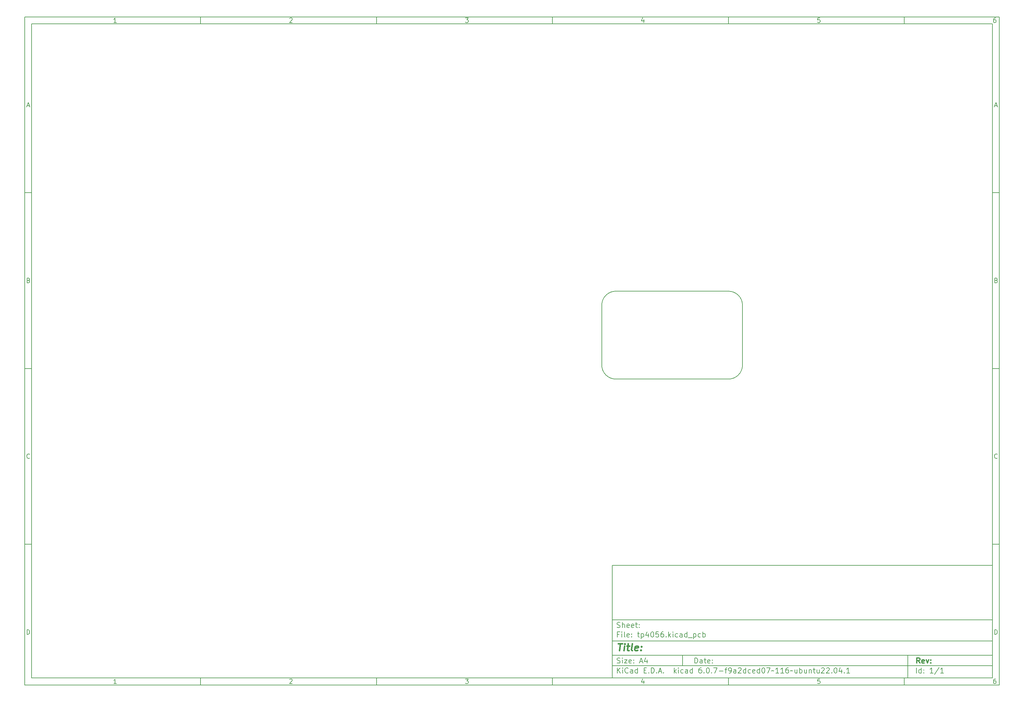
<source format=gbr>
%TF.GenerationSoftware,KiCad,Pcbnew,6.0.7-f9a2dced07~116~ubuntu22.04.1*%
%TF.CreationDate,2022-09-14T12:05:51-03:00*%
%TF.ProjectId,tp4056,74703430-3536-42e6-9b69-6361645f7063,rev?*%
%TF.SameCoordinates,Original*%
%TF.FileFunction,Profile,NP*%
%FSLAX46Y46*%
G04 Gerber Fmt 4.6, Leading zero omitted, Abs format (unit mm)*
G04 Created by KiCad (PCBNEW 6.0.7-f9a2dced07~116~ubuntu22.04.1) date 2022-09-14 12:05:51*
%MOMM*%
%LPD*%
G01*
G04 APERTURE LIST*
%ADD10C,0.100000*%
%ADD11C,0.150000*%
%ADD12C,0.300000*%
%ADD13C,0.400000*%
%TA.AperFunction,Profile*%
%ADD14C,0.150000*%
%TD*%
G04 APERTURE END LIST*
D10*
D11*
X177002200Y-166007200D02*
X177002200Y-198007200D01*
X285002200Y-198007200D01*
X285002200Y-166007200D01*
X177002200Y-166007200D01*
D10*
D11*
X10000000Y-10000000D02*
X10000000Y-200007200D01*
X287002200Y-200007200D01*
X287002200Y-10000000D01*
X10000000Y-10000000D01*
D10*
D11*
X12000000Y-12000000D02*
X12000000Y-198007200D01*
X285002200Y-198007200D01*
X285002200Y-12000000D01*
X12000000Y-12000000D01*
D10*
D11*
X60000000Y-12000000D02*
X60000000Y-10000000D01*
D10*
D11*
X110000000Y-12000000D02*
X110000000Y-10000000D01*
D10*
D11*
X160000000Y-12000000D02*
X160000000Y-10000000D01*
D10*
D11*
X210000000Y-12000000D02*
X210000000Y-10000000D01*
D10*
D11*
X260000000Y-12000000D02*
X260000000Y-10000000D01*
D10*
D11*
X36065476Y-11588095D02*
X35322619Y-11588095D01*
X35694047Y-11588095D02*
X35694047Y-10288095D01*
X35570238Y-10473809D01*
X35446428Y-10597619D01*
X35322619Y-10659523D01*
D10*
D11*
X85322619Y-10411904D02*
X85384523Y-10350000D01*
X85508333Y-10288095D01*
X85817857Y-10288095D01*
X85941666Y-10350000D01*
X86003571Y-10411904D01*
X86065476Y-10535714D01*
X86065476Y-10659523D01*
X86003571Y-10845238D01*
X85260714Y-11588095D01*
X86065476Y-11588095D01*
D10*
D11*
X135260714Y-10288095D02*
X136065476Y-10288095D01*
X135632142Y-10783333D01*
X135817857Y-10783333D01*
X135941666Y-10845238D01*
X136003571Y-10907142D01*
X136065476Y-11030952D01*
X136065476Y-11340476D01*
X136003571Y-11464285D01*
X135941666Y-11526190D01*
X135817857Y-11588095D01*
X135446428Y-11588095D01*
X135322619Y-11526190D01*
X135260714Y-11464285D01*
D10*
D11*
X185941666Y-10721428D02*
X185941666Y-11588095D01*
X185632142Y-10226190D02*
X185322619Y-11154761D01*
X186127380Y-11154761D01*
D10*
D11*
X236003571Y-10288095D02*
X235384523Y-10288095D01*
X235322619Y-10907142D01*
X235384523Y-10845238D01*
X235508333Y-10783333D01*
X235817857Y-10783333D01*
X235941666Y-10845238D01*
X236003571Y-10907142D01*
X236065476Y-11030952D01*
X236065476Y-11340476D01*
X236003571Y-11464285D01*
X235941666Y-11526190D01*
X235817857Y-11588095D01*
X235508333Y-11588095D01*
X235384523Y-11526190D01*
X235322619Y-11464285D01*
D10*
D11*
X285941666Y-10288095D02*
X285694047Y-10288095D01*
X285570238Y-10350000D01*
X285508333Y-10411904D01*
X285384523Y-10597619D01*
X285322619Y-10845238D01*
X285322619Y-11340476D01*
X285384523Y-11464285D01*
X285446428Y-11526190D01*
X285570238Y-11588095D01*
X285817857Y-11588095D01*
X285941666Y-11526190D01*
X286003571Y-11464285D01*
X286065476Y-11340476D01*
X286065476Y-11030952D01*
X286003571Y-10907142D01*
X285941666Y-10845238D01*
X285817857Y-10783333D01*
X285570238Y-10783333D01*
X285446428Y-10845238D01*
X285384523Y-10907142D01*
X285322619Y-11030952D01*
D10*
D11*
X60000000Y-198007200D02*
X60000000Y-200007200D01*
D10*
D11*
X110000000Y-198007200D02*
X110000000Y-200007200D01*
D10*
D11*
X160000000Y-198007200D02*
X160000000Y-200007200D01*
D10*
D11*
X210000000Y-198007200D02*
X210000000Y-200007200D01*
D10*
D11*
X260000000Y-198007200D02*
X260000000Y-200007200D01*
D10*
D11*
X36065476Y-199595295D02*
X35322619Y-199595295D01*
X35694047Y-199595295D02*
X35694047Y-198295295D01*
X35570238Y-198481009D01*
X35446428Y-198604819D01*
X35322619Y-198666723D01*
D10*
D11*
X85322619Y-198419104D02*
X85384523Y-198357200D01*
X85508333Y-198295295D01*
X85817857Y-198295295D01*
X85941666Y-198357200D01*
X86003571Y-198419104D01*
X86065476Y-198542914D01*
X86065476Y-198666723D01*
X86003571Y-198852438D01*
X85260714Y-199595295D01*
X86065476Y-199595295D01*
D10*
D11*
X135260714Y-198295295D02*
X136065476Y-198295295D01*
X135632142Y-198790533D01*
X135817857Y-198790533D01*
X135941666Y-198852438D01*
X136003571Y-198914342D01*
X136065476Y-199038152D01*
X136065476Y-199347676D01*
X136003571Y-199471485D01*
X135941666Y-199533390D01*
X135817857Y-199595295D01*
X135446428Y-199595295D01*
X135322619Y-199533390D01*
X135260714Y-199471485D01*
D10*
D11*
X185941666Y-198728628D02*
X185941666Y-199595295D01*
X185632142Y-198233390D02*
X185322619Y-199161961D01*
X186127380Y-199161961D01*
D10*
D11*
X236003571Y-198295295D02*
X235384523Y-198295295D01*
X235322619Y-198914342D01*
X235384523Y-198852438D01*
X235508333Y-198790533D01*
X235817857Y-198790533D01*
X235941666Y-198852438D01*
X236003571Y-198914342D01*
X236065476Y-199038152D01*
X236065476Y-199347676D01*
X236003571Y-199471485D01*
X235941666Y-199533390D01*
X235817857Y-199595295D01*
X235508333Y-199595295D01*
X235384523Y-199533390D01*
X235322619Y-199471485D01*
D10*
D11*
X285941666Y-198295295D02*
X285694047Y-198295295D01*
X285570238Y-198357200D01*
X285508333Y-198419104D01*
X285384523Y-198604819D01*
X285322619Y-198852438D01*
X285322619Y-199347676D01*
X285384523Y-199471485D01*
X285446428Y-199533390D01*
X285570238Y-199595295D01*
X285817857Y-199595295D01*
X285941666Y-199533390D01*
X286003571Y-199471485D01*
X286065476Y-199347676D01*
X286065476Y-199038152D01*
X286003571Y-198914342D01*
X285941666Y-198852438D01*
X285817857Y-198790533D01*
X285570238Y-198790533D01*
X285446428Y-198852438D01*
X285384523Y-198914342D01*
X285322619Y-199038152D01*
D10*
D11*
X10000000Y-60000000D02*
X12000000Y-60000000D01*
D10*
D11*
X10000000Y-110000000D02*
X12000000Y-110000000D01*
D10*
D11*
X10000000Y-160000000D02*
X12000000Y-160000000D01*
D10*
D11*
X10690476Y-35216666D02*
X11309523Y-35216666D01*
X10566666Y-35588095D02*
X11000000Y-34288095D01*
X11433333Y-35588095D01*
D10*
D11*
X11092857Y-84907142D02*
X11278571Y-84969047D01*
X11340476Y-85030952D01*
X11402380Y-85154761D01*
X11402380Y-85340476D01*
X11340476Y-85464285D01*
X11278571Y-85526190D01*
X11154761Y-85588095D01*
X10659523Y-85588095D01*
X10659523Y-84288095D01*
X11092857Y-84288095D01*
X11216666Y-84350000D01*
X11278571Y-84411904D01*
X11340476Y-84535714D01*
X11340476Y-84659523D01*
X11278571Y-84783333D01*
X11216666Y-84845238D01*
X11092857Y-84907142D01*
X10659523Y-84907142D01*
D10*
D11*
X11402380Y-135464285D02*
X11340476Y-135526190D01*
X11154761Y-135588095D01*
X11030952Y-135588095D01*
X10845238Y-135526190D01*
X10721428Y-135402380D01*
X10659523Y-135278571D01*
X10597619Y-135030952D01*
X10597619Y-134845238D01*
X10659523Y-134597619D01*
X10721428Y-134473809D01*
X10845238Y-134350000D01*
X11030952Y-134288095D01*
X11154761Y-134288095D01*
X11340476Y-134350000D01*
X11402380Y-134411904D01*
D10*
D11*
X10659523Y-185588095D02*
X10659523Y-184288095D01*
X10969047Y-184288095D01*
X11154761Y-184350000D01*
X11278571Y-184473809D01*
X11340476Y-184597619D01*
X11402380Y-184845238D01*
X11402380Y-185030952D01*
X11340476Y-185278571D01*
X11278571Y-185402380D01*
X11154761Y-185526190D01*
X10969047Y-185588095D01*
X10659523Y-185588095D01*
D10*
D11*
X287002200Y-60000000D02*
X285002200Y-60000000D01*
D10*
D11*
X287002200Y-110000000D02*
X285002200Y-110000000D01*
D10*
D11*
X287002200Y-160000000D02*
X285002200Y-160000000D01*
D10*
D11*
X285692676Y-35216666D02*
X286311723Y-35216666D01*
X285568866Y-35588095D02*
X286002200Y-34288095D01*
X286435533Y-35588095D01*
D10*
D11*
X286095057Y-84907142D02*
X286280771Y-84969047D01*
X286342676Y-85030952D01*
X286404580Y-85154761D01*
X286404580Y-85340476D01*
X286342676Y-85464285D01*
X286280771Y-85526190D01*
X286156961Y-85588095D01*
X285661723Y-85588095D01*
X285661723Y-84288095D01*
X286095057Y-84288095D01*
X286218866Y-84350000D01*
X286280771Y-84411904D01*
X286342676Y-84535714D01*
X286342676Y-84659523D01*
X286280771Y-84783333D01*
X286218866Y-84845238D01*
X286095057Y-84907142D01*
X285661723Y-84907142D01*
D10*
D11*
X286404580Y-135464285D02*
X286342676Y-135526190D01*
X286156961Y-135588095D01*
X286033152Y-135588095D01*
X285847438Y-135526190D01*
X285723628Y-135402380D01*
X285661723Y-135278571D01*
X285599819Y-135030952D01*
X285599819Y-134845238D01*
X285661723Y-134597619D01*
X285723628Y-134473809D01*
X285847438Y-134350000D01*
X286033152Y-134288095D01*
X286156961Y-134288095D01*
X286342676Y-134350000D01*
X286404580Y-134411904D01*
D10*
D11*
X285661723Y-185588095D02*
X285661723Y-184288095D01*
X285971247Y-184288095D01*
X286156961Y-184350000D01*
X286280771Y-184473809D01*
X286342676Y-184597619D01*
X286404580Y-184845238D01*
X286404580Y-185030952D01*
X286342676Y-185278571D01*
X286280771Y-185402380D01*
X286156961Y-185526190D01*
X285971247Y-185588095D01*
X285661723Y-185588095D01*
D10*
D11*
X200434342Y-193785771D02*
X200434342Y-192285771D01*
X200791485Y-192285771D01*
X201005771Y-192357200D01*
X201148628Y-192500057D01*
X201220057Y-192642914D01*
X201291485Y-192928628D01*
X201291485Y-193142914D01*
X201220057Y-193428628D01*
X201148628Y-193571485D01*
X201005771Y-193714342D01*
X200791485Y-193785771D01*
X200434342Y-193785771D01*
X202577200Y-193785771D02*
X202577200Y-193000057D01*
X202505771Y-192857200D01*
X202362914Y-192785771D01*
X202077200Y-192785771D01*
X201934342Y-192857200D01*
X202577200Y-193714342D02*
X202434342Y-193785771D01*
X202077200Y-193785771D01*
X201934342Y-193714342D01*
X201862914Y-193571485D01*
X201862914Y-193428628D01*
X201934342Y-193285771D01*
X202077200Y-193214342D01*
X202434342Y-193214342D01*
X202577200Y-193142914D01*
X203077200Y-192785771D02*
X203648628Y-192785771D01*
X203291485Y-192285771D02*
X203291485Y-193571485D01*
X203362914Y-193714342D01*
X203505771Y-193785771D01*
X203648628Y-193785771D01*
X204720057Y-193714342D02*
X204577200Y-193785771D01*
X204291485Y-193785771D01*
X204148628Y-193714342D01*
X204077200Y-193571485D01*
X204077200Y-193000057D01*
X204148628Y-192857200D01*
X204291485Y-192785771D01*
X204577200Y-192785771D01*
X204720057Y-192857200D01*
X204791485Y-193000057D01*
X204791485Y-193142914D01*
X204077200Y-193285771D01*
X205434342Y-193642914D02*
X205505771Y-193714342D01*
X205434342Y-193785771D01*
X205362914Y-193714342D01*
X205434342Y-193642914D01*
X205434342Y-193785771D01*
X205434342Y-192857200D02*
X205505771Y-192928628D01*
X205434342Y-193000057D01*
X205362914Y-192928628D01*
X205434342Y-192857200D01*
X205434342Y-193000057D01*
D10*
D11*
X177002200Y-194507200D02*
X285002200Y-194507200D01*
D10*
D11*
X178434342Y-196585771D02*
X178434342Y-195085771D01*
X179291485Y-196585771D02*
X178648628Y-195728628D01*
X179291485Y-195085771D02*
X178434342Y-195942914D01*
X179934342Y-196585771D02*
X179934342Y-195585771D01*
X179934342Y-195085771D02*
X179862914Y-195157200D01*
X179934342Y-195228628D01*
X180005771Y-195157200D01*
X179934342Y-195085771D01*
X179934342Y-195228628D01*
X181505771Y-196442914D02*
X181434342Y-196514342D01*
X181220057Y-196585771D01*
X181077200Y-196585771D01*
X180862914Y-196514342D01*
X180720057Y-196371485D01*
X180648628Y-196228628D01*
X180577200Y-195942914D01*
X180577200Y-195728628D01*
X180648628Y-195442914D01*
X180720057Y-195300057D01*
X180862914Y-195157200D01*
X181077200Y-195085771D01*
X181220057Y-195085771D01*
X181434342Y-195157200D01*
X181505771Y-195228628D01*
X182791485Y-196585771D02*
X182791485Y-195800057D01*
X182720057Y-195657200D01*
X182577200Y-195585771D01*
X182291485Y-195585771D01*
X182148628Y-195657200D01*
X182791485Y-196514342D02*
X182648628Y-196585771D01*
X182291485Y-196585771D01*
X182148628Y-196514342D01*
X182077200Y-196371485D01*
X182077200Y-196228628D01*
X182148628Y-196085771D01*
X182291485Y-196014342D01*
X182648628Y-196014342D01*
X182791485Y-195942914D01*
X184148628Y-196585771D02*
X184148628Y-195085771D01*
X184148628Y-196514342D02*
X184005771Y-196585771D01*
X183720057Y-196585771D01*
X183577200Y-196514342D01*
X183505771Y-196442914D01*
X183434342Y-196300057D01*
X183434342Y-195871485D01*
X183505771Y-195728628D01*
X183577200Y-195657200D01*
X183720057Y-195585771D01*
X184005771Y-195585771D01*
X184148628Y-195657200D01*
X186005771Y-195800057D02*
X186505771Y-195800057D01*
X186720057Y-196585771D02*
X186005771Y-196585771D01*
X186005771Y-195085771D01*
X186720057Y-195085771D01*
X187362914Y-196442914D02*
X187434342Y-196514342D01*
X187362914Y-196585771D01*
X187291485Y-196514342D01*
X187362914Y-196442914D01*
X187362914Y-196585771D01*
X188077200Y-196585771D02*
X188077200Y-195085771D01*
X188434342Y-195085771D01*
X188648628Y-195157200D01*
X188791485Y-195300057D01*
X188862914Y-195442914D01*
X188934342Y-195728628D01*
X188934342Y-195942914D01*
X188862914Y-196228628D01*
X188791485Y-196371485D01*
X188648628Y-196514342D01*
X188434342Y-196585771D01*
X188077200Y-196585771D01*
X189577200Y-196442914D02*
X189648628Y-196514342D01*
X189577200Y-196585771D01*
X189505771Y-196514342D01*
X189577200Y-196442914D01*
X189577200Y-196585771D01*
X190220057Y-196157200D02*
X190934342Y-196157200D01*
X190077200Y-196585771D02*
X190577200Y-195085771D01*
X191077200Y-196585771D01*
X191577200Y-196442914D02*
X191648628Y-196514342D01*
X191577200Y-196585771D01*
X191505771Y-196514342D01*
X191577200Y-196442914D01*
X191577200Y-196585771D01*
X194577200Y-196585771D02*
X194577200Y-195085771D01*
X194720057Y-196014342D02*
X195148628Y-196585771D01*
X195148628Y-195585771D02*
X194577200Y-196157200D01*
X195791485Y-196585771D02*
X195791485Y-195585771D01*
X195791485Y-195085771D02*
X195720057Y-195157200D01*
X195791485Y-195228628D01*
X195862914Y-195157200D01*
X195791485Y-195085771D01*
X195791485Y-195228628D01*
X197148628Y-196514342D02*
X197005771Y-196585771D01*
X196720057Y-196585771D01*
X196577200Y-196514342D01*
X196505771Y-196442914D01*
X196434342Y-196300057D01*
X196434342Y-195871485D01*
X196505771Y-195728628D01*
X196577200Y-195657200D01*
X196720057Y-195585771D01*
X197005771Y-195585771D01*
X197148628Y-195657200D01*
X198434342Y-196585771D02*
X198434342Y-195800057D01*
X198362914Y-195657200D01*
X198220057Y-195585771D01*
X197934342Y-195585771D01*
X197791485Y-195657200D01*
X198434342Y-196514342D02*
X198291485Y-196585771D01*
X197934342Y-196585771D01*
X197791485Y-196514342D01*
X197720057Y-196371485D01*
X197720057Y-196228628D01*
X197791485Y-196085771D01*
X197934342Y-196014342D01*
X198291485Y-196014342D01*
X198434342Y-195942914D01*
X199791485Y-196585771D02*
X199791485Y-195085771D01*
X199791485Y-196514342D02*
X199648628Y-196585771D01*
X199362914Y-196585771D01*
X199220057Y-196514342D01*
X199148628Y-196442914D01*
X199077200Y-196300057D01*
X199077200Y-195871485D01*
X199148628Y-195728628D01*
X199220057Y-195657200D01*
X199362914Y-195585771D01*
X199648628Y-195585771D01*
X199791485Y-195657200D01*
X202291485Y-195085771D02*
X202005771Y-195085771D01*
X201862914Y-195157200D01*
X201791485Y-195228628D01*
X201648628Y-195442914D01*
X201577200Y-195728628D01*
X201577200Y-196300057D01*
X201648628Y-196442914D01*
X201720057Y-196514342D01*
X201862914Y-196585771D01*
X202148628Y-196585771D01*
X202291485Y-196514342D01*
X202362914Y-196442914D01*
X202434342Y-196300057D01*
X202434342Y-195942914D01*
X202362914Y-195800057D01*
X202291485Y-195728628D01*
X202148628Y-195657200D01*
X201862914Y-195657200D01*
X201720057Y-195728628D01*
X201648628Y-195800057D01*
X201577200Y-195942914D01*
X203077200Y-196442914D02*
X203148628Y-196514342D01*
X203077200Y-196585771D01*
X203005771Y-196514342D01*
X203077200Y-196442914D01*
X203077200Y-196585771D01*
X204077200Y-195085771D02*
X204220057Y-195085771D01*
X204362914Y-195157200D01*
X204434342Y-195228628D01*
X204505771Y-195371485D01*
X204577200Y-195657200D01*
X204577200Y-196014342D01*
X204505771Y-196300057D01*
X204434342Y-196442914D01*
X204362914Y-196514342D01*
X204220057Y-196585771D01*
X204077200Y-196585771D01*
X203934342Y-196514342D01*
X203862914Y-196442914D01*
X203791485Y-196300057D01*
X203720057Y-196014342D01*
X203720057Y-195657200D01*
X203791485Y-195371485D01*
X203862914Y-195228628D01*
X203934342Y-195157200D01*
X204077200Y-195085771D01*
X205220057Y-196442914D02*
X205291485Y-196514342D01*
X205220057Y-196585771D01*
X205148628Y-196514342D01*
X205220057Y-196442914D01*
X205220057Y-196585771D01*
X205791485Y-195085771D02*
X206791485Y-195085771D01*
X206148628Y-196585771D01*
X207362914Y-196014342D02*
X208505771Y-196014342D01*
X209005771Y-195585771D02*
X209577200Y-195585771D01*
X209220057Y-196585771D02*
X209220057Y-195300057D01*
X209291485Y-195157200D01*
X209434342Y-195085771D01*
X209577200Y-195085771D01*
X210148628Y-196585771D02*
X210434342Y-196585771D01*
X210577200Y-196514342D01*
X210648628Y-196442914D01*
X210791485Y-196228628D01*
X210862914Y-195942914D01*
X210862914Y-195371485D01*
X210791485Y-195228628D01*
X210720057Y-195157200D01*
X210577200Y-195085771D01*
X210291485Y-195085771D01*
X210148628Y-195157200D01*
X210077200Y-195228628D01*
X210005771Y-195371485D01*
X210005771Y-195728628D01*
X210077200Y-195871485D01*
X210148628Y-195942914D01*
X210291485Y-196014342D01*
X210577200Y-196014342D01*
X210720057Y-195942914D01*
X210791485Y-195871485D01*
X210862914Y-195728628D01*
X212148628Y-196585771D02*
X212148628Y-195800057D01*
X212077200Y-195657200D01*
X211934342Y-195585771D01*
X211648628Y-195585771D01*
X211505771Y-195657200D01*
X212148628Y-196514342D02*
X212005771Y-196585771D01*
X211648628Y-196585771D01*
X211505771Y-196514342D01*
X211434342Y-196371485D01*
X211434342Y-196228628D01*
X211505771Y-196085771D01*
X211648628Y-196014342D01*
X212005771Y-196014342D01*
X212148628Y-195942914D01*
X212791485Y-195228628D02*
X212862914Y-195157200D01*
X213005771Y-195085771D01*
X213362914Y-195085771D01*
X213505771Y-195157200D01*
X213577200Y-195228628D01*
X213648628Y-195371485D01*
X213648628Y-195514342D01*
X213577200Y-195728628D01*
X212720057Y-196585771D01*
X213648628Y-196585771D01*
X214934342Y-196585771D02*
X214934342Y-195085771D01*
X214934342Y-196514342D02*
X214791485Y-196585771D01*
X214505771Y-196585771D01*
X214362914Y-196514342D01*
X214291485Y-196442914D01*
X214220057Y-196300057D01*
X214220057Y-195871485D01*
X214291485Y-195728628D01*
X214362914Y-195657200D01*
X214505771Y-195585771D01*
X214791485Y-195585771D01*
X214934342Y-195657200D01*
X216291485Y-196514342D02*
X216148628Y-196585771D01*
X215862914Y-196585771D01*
X215720057Y-196514342D01*
X215648628Y-196442914D01*
X215577200Y-196300057D01*
X215577200Y-195871485D01*
X215648628Y-195728628D01*
X215720057Y-195657200D01*
X215862914Y-195585771D01*
X216148628Y-195585771D01*
X216291485Y-195657200D01*
X217505771Y-196514342D02*
X217362914Y-196585771D01*
X217077200Y-196585771D01*
X216934342Y-196514342D01*
X216862914Y-196371485D01*
X216862914Y-195800057D01*
X216934342Y-195657200D01*
X217077200Y-195585771D01*
X217362914Y-195585771D01*
X217505771Y-195657200D01*
X217577200Y-195800057D01*
X217577200Y-195942914D01*
X216862914Y-196085771D01*
X218862914Y-196585771D02*
X218862914Y-195085771D01*
X218862914Y-196514342D02*
X218720057Y-196585771D01*
X218434342Y-196585771D01*
X218291485Y-196514342D01*
X218220057Y-196442914D01*
X218148628Y-196300057D01*
X218148628Y-195871485D01*
X218220057Y-195728628D01*
X218291485Y-195657200D01*
X218434342Y-195585771D01*
X218720057Y-195585771D01*
X218862914Y-195657200D01*
X219862914Y-195085771D02*
X220005771Y-195085771D01*
X220148628Y-195157200D01*
X220220057Y-195228628D01*
X220291485Y-195371485D01*
X220362914Y-195657200D01*
X220362914Y-196014342D01*
X220291485Y-196300057D01*
X220220057Y-196442914D01*
X220148628Y-196514342D01*
X220005771Y-196585771D01*
X219862914Y-196585771D01*
X219720057Y-196514342D01*
X219648628Y-196442914D01*
X219577200Y-196300057D01*
X219505771Y-196014342D01*
X219505771Y-195657200D01*
X219577200Y-195371485D01*
X219648628Y-195228628D01*
X219720057Y-195157200D01*
X219862914Y-195085771D01*
X220862914Y-195085771D02*
X221862914Y-195085771D01*
X221220057Y-196585771D01*
X222220057Y-196014342D02*
X222291485Y-195942914D01*
X222434342Y-195871485D01*
X222720057Y-196014342D01*
X222862914Y-195942914D01*
X222934342Y-195871485D01*
X224291485Y-196585771D02*
X223434342Y-196585771D01*
X223862914Y-196585771D02*
X223862914Y-195085771D01*
X223720057Y-195300057D01*
X223577200Y-195442914D01*
X223434342Y-195514342D01*
X225720057Y-196585771D02*
X224862914Y-196585771D01*
X225291485Y-196585771D02*
X225291485Y-195085771D01*
X225148628Y-195300057D01*
X225005771Y-195442914D01*
X224862914Y-195514342D01*
X227005771Y-195085771D02*
X226720057Y-195085771D01*
X226577200Y-195157200D01*
X226505771Y-195228628D01*
X226362914Y-195442914D01*
X226291485Y-195728628D01*
X226291485Y-196300057D01*
X226362914Y-196442914D01*
X226434342Y-196514342D01*
X226577200Y-196585771D01*
X226862914Y-196585771D01*
X227005771Y-196514342D01*
X227077200Y-196442914D01*
X227148628Y-196300057D01*
X227148628Y-195942914D01*
X227077200Y-195800057D01*
X227005771Y-195728628D01*
X226862914Y-195657200D01*
X226577200Y-195657200D01*
X226434342Y-195728628D01*
X226362914Y-195800057D01*
X226291485Y-195942914D01*
X227577199Y-196014342D02*
X227648628Y-195942914D01*
X227791485Y-195871485D01*
X228077199Y-196014342D01*
X228220057Y-195942914D01*
X228291485Y-195871485D01*
X229505771Y-195585771D02*
X229505771Y-196585771D01*
X228862914Y-195585771D02*
X228862914Y-196371485D01*
X228934342Y-196514342D01*
X229077200Y-196585771D01*
X229291485Y-196585771D01*
X229434342Y-196514342D01*
X229505771Y-196442914D01*
X230220057Y-196585771D02*
X230220057Y-195085771D01*
X230220057Y-195657200D02*
X230362914Y-195585771D01*
X230648628Y-195585771D01*
X230791485Y-195657200D01*
X230862914Y-195728628D01*
X230934342Y-195871485D01*
X230934342Y-196300057D01*
X230862914Y-196442914D01*
X230791485Y-196514342D01*
X230648628Y-196585771D01*
X230362914Y-196585771D01*
X230220057Y-196514342D01*
X232220057Y-195585771D02*
X232220057Y-196585771D01*
X231577200Y-195585771D02*
X231577200Y-196371485D01*
X231648628Y-196514342D01*
X231791485Y-196585771D01*
X232005771Y-196585771D01*
X232148628Y-196514342D01*
X232220057Y-196442914D01*
X232934342Y-195585771D02*
X232934342Y-196585771D01*
X232934342Y-195728628D02*
X233005771Y-195657200D01*
X233148628Y-195585771D01*
X233362914Y-195585771D01*
X233505771Y-195657200D01*
X233577200Y-195800057D01*
X233577200Y-196585771D01*
X234077200Y-195585771D02*
X234648628Y-195585771D01*
X234291485Y-195085771D02*
X234291485Y-196371485D01*
X234362914Y-196514342D01*
X234505771Y-196585771D01*
X234648628Y-196585771D01*
X235791485Y-195585771D02*
X235791485Y-196585771D01*
X235148628Y-195585771D02*
X235148628Y-196371485D01*
X235220057Y-196514342D01*
X235362914Y-196585771D01*
X235577200Y-196585771D01*
X235720057Y-196514342D01*
X235791485Y-196442914D01*
X236434342Y-195228628D02*
X236505771Y-195157200D01*
X236648628Y-195085771D01*
X237005771Y-195085771D01*
X237148628Y-195157200D01*
X237220057Y-195228628D01*
X237291485Y-195371485D01*
X237291485Y-195514342D01*
X237220057Y-195728628D01*
X236362914Y-196585771D01*
X237291485Y-196585771D01*
X237862914Y-195228628D02*
X237934342Y-195157200D01*
X238077200Y-195085771D01*
X238434342Y-195085771D01*
X238577200Y-195157200D01*
X238648628Y-195228628D01*
X238720057Y-195371485D01*
X238720057Y-195514342D01*
X238648628Y-195728628D01*
X237791485Y-196585771D01*
X238720057Y-196585771D01*
X239362914Y-196442914D02*
X239434342Y-196514342D01*
X239362914Y-196585771D01*
X239291485Y-196514342D01*
X239362914Y-196442914D01*
X239362914Y-196585771D01*
X240362914Y-195085771D02*
X240505771Y-195085771D01*
X240648628Y-195157200D01*
X240720057Y-195228628D01*
X240791485Y-195371485D01*
X240862914Y-195657200D01*
X240862914Y-196014342D01*
X240791485Y-196300057D01*
X240720057Y-196442914D01*
X240648628Y-196514342D01*
X240505771Y-196585771D01*
X240362914Y-196585771D01*
X240220057Y-196514342D01*
X240148628Y-196442914D01*
X240077200Y-196300057D01*
X240005771Y-196014342D01*
X240005771Y-195657200D01*
X240077200Y-195371485D01*
X240148628Y-195228628D01*
X240220057Y-195157200D01*
X240362914Y-195085771D01*
X242148628Y-195585771D02*
X242148628Y-196585771D01*
X241791485Y-195014342D02*
X241434342Y-196085771D01*
X242362914Y-196085771D01*
X242934342Y-196442914D02*
X243005771Y-196514342D01*
X242934342Y-196585771D01*
X242862914Y-196514342D01*
X242934342Y-196442914D01*
X242934342Y-196585771D01*
X244434342Y-196585771D02*
X243577199Y-196585771D01*
X244005771Y-196585771D02*
X244005771Y-195085771D01*
X243862914Y-195300057D01*
X243720057Y-195442914D01*
X243577199Y-195514342D01*
D10*
D11*
X177002200Y-191507200D02*
X285002200Y-191507200D01*
D10*
D12*
X264411485Y-193785771D02*
X263911485Y-193071485D01*
X263554342Y-193785771D02*
X263554342Y-192285771D01*
X264125771Y-192285771D01*
X264268628Y-192357200D01*
X264340057Y-192428628D01*
X264411485Y-192571485D01*
X264411485Y-192785771D01*
X264340057Y-192928628D01*
X264268628Y-193000057D01*
X264125771Y-193071485D01*
X263554342Y-193071485D01*
X265625771Y-193714342D02*
X265482914Y-193785771D01*
X265197200Y-193785771D01*
X265054342Y-193714342D01*
X264982914Y-193571485D01*
X264982914Y-193000057D01*
X265054342Y-192857200D01*
X265197200Y-192785771D01*
X265482914Y-192785771D01*
X265625771Y-192857200D01*
X265697200Y-193000057D01*
X265697200Y-193142914D01*
X264982914Y-193285771D01*
X266197200Y-192785771D02*
X266554342Y-193785771D01*
X266911485Y-192785771D01*
X267482914Y-193642914D02*
X267554342Y-193714342D01*
X267482914Y-193785771D01*
X267411485Y-193714342D01*
X267482914Y-193642914D01*
X267482914Y-193785771D01*
X267482914Y-192857200D02*
X267554342Y-192928628D01*
X267482914Y-193000057D01*
X267411485Y-192928628D01*
X267482914Y-192857200D01*
X267482914Y-193000057D01*
D10*
D11*
X178362914Y-193714342D02*
X178577200Y-193785771D01*
X178934342Y-193785771D01*
X179077200Y-193714342D01*
X179148628Y-193642914D01*
X179220057Y-193500057D01*
X179220057Y-193357200D01*
X179148628Y-193214342D01*
X179077200Y-193142914D01*
X178934342Y-193071485D01*
X178648628Y-193000057D01*
X178505771Y-192928628D01*
X178434342Y-192857200D01*
X178362914Y-192714342D01*
X178362914Y-192571485D01*
X178434342Y-192428628D01*
X178505771Y-192357200D01*
X178648628Y-192285771D01*
X179005771Y-192285771D01*
X179220057Y-192357200D01*
X179862914Y-193785771D02*
X179862914Y-192785771D01*
X179862914Y-192285771D02*
X179791485Y-192357200D01*
X179862914Y-192428628D01*
X179934342Y-192357200D01*
X179862914Y-192285771D01*
X179862914Y-192428628D01*
X180434342Y-192785771D02*
X181220057Y-192785771D01*
X180434342Y-193785771D01*
X181220057Y-193785771D01*
X182362914Y-193714342D02*
X182220057Y-193785771D01*
X181934342Y-193785771D01*
X181791485Y-193714342D01*
X181720057Y-193571485D01*
X181720057Y-193000057D01*
X181791485Y-192857200D01*
X181934342Y-192785771D01*
X182220057Y-192785771D01*
X182362914Y-192857200D01*
X182434342Y-193000057D01*
X182434342Y-193142914D01*
X181720057Y-193285771D01*
X183077200Y-193642914D02*
X183148628Y-193714342D01*
X183077200Y-193785771D01*
X183005771Y-193714342D01*
X183077200Y-193642914D01*
X183077200Y-193785771D01*
X183077200Y-192857200D02*
X183148628Y-192928628D01*
X183077200Y-193000057D01*
X183005771Y-192928628D01*
X183077200Y-192857200D01*
X183077200Y-193000057D01*
X184862914Y-193357200D02*
X185577200Y-193357200D01*
X184720057Y-193785771D02*
X185220057Y-192285771D01*
X185720057Y-193785771D01*
X186862914Y-192785771D02*
X186862914Y-193785771D01*
X186505771Y-192214342D02*
X186148628Y-193285771D01*
X187077200Y-193285771D01*
D10*
D11*
X263434342Y-196585771D02*
X263434342Y-195085771D01*
X264791485Y-196585771D02*
X264791485Y-195085771D01*
X264791485Y-196514342D02*
X264648628Y-196585771D01*
X264362914Y-196585771D01*
X264220057Y-196514342D01*
X264148628Y-196442914D01*
X264077200Y-196300057D01*
X264077200Y-195871485D01*
X264148628Y-195728628D01*
X264220057Y-195657200D01*
X264362914Y-195585771D01*
X264648628Y-195585771D01*
X264791485Y-195657200D01*
X265505771Y-196442914D02*
X265577200Y-196514342D01*
X265505771Y-196585771D01*
X265434342Y-196514342D01*
X265505771Y-196442914D01*
X265505771Y-196585771D01*
X265505771Y-195657200D02*
X265577200Y-195728628D01*
X265505771Y-195800057D01*
X265434342Y-195728628D01*
X265505771Y-195657200D01*
X265505771Y-195800057D01*
X268148628Y-196585771D02*
X267291485Y-196585771D01*
X267720057Y-196585771D02*
X267720057Y-195085771D01*
X267577200Y-195300057D01*
X267434342Y-195442914D01*
X267291485Y-195514342D01*
X269862914Y-195014342D02*
X268577200Y-196942914D01*
X271148628Y-196585771D02*
X270291485Y-196585771D01*
X270720057Y-196585771D02*
X270720057Y-195085771D01*
X270577200Y-195300057D01*
X270434342Y-195442914D01*
X270291485Y-195514342D01*
D10*
D11*
X177002200Y-187507200D02*
X285002200Y-187507200D01*
D10*
D13*
X178714580Y-188211961D02*
X179857438Y-188211961D01*
X179036009Y-190211961D02*
X179286009Y-188211961D01*
X180274104Y-190211961D02*
X180440771Y-188878628D01*
X180524104Y-188211961D02*
X180416961Y-188307200D01*
X180500295Y-188402438D01*
X180607438Y-188307200D01*
X180524104Y-188211961D01*
X180500295Y-188402438D01*
X181107438Y-188878628D02*
X181869342Y-188878628D01*
X181476485Y-188211961D02*
X181262200Y-189926247D01*
X181333628Y-190116723D01*
X181512200Y-190211961D01*
X181702676Y-190211961D01*
X182655057Y-190211961D02*
X182476485Y-190116723D01*
X182405057Y-189926247D01*
X182619342Y-188211961D01*
X184190771Y-190116723D02*
X183988390Y-190211961D01*
X183607438Y-190211961D01*
X183428866Y-190116723D01*
X183357438Y-189926247D01*
X183452676Y-189164342D01*
X183571723Y-188973866D01*
X183774104Y-188878628D01*
X184155057Y-188878628D01*
X184333628Y-188973866D01*
X184405057Y-189164342D01*
X184381247Y-189354819D01*
X183405057Y-189545295D01*
X185155057Y-190021485D02*
X185238390Y-190116723D01*
X185131247Y-190211961D01*
X185047914Y-190116723D01*
X185155057Y-190021485D01*
X185131247Y-190211961D01*
X185286009Y-188973866D02*
X185369342Y-189069104D01*
X185262200Y-189164342D01*
X185178866Y-189069104D01*
X185286009Y-188973866D01*
X185262200Y-189164342D01*
D10*
D11*
X178934342Y-185600057D02*
X178434342Y-185600057D01*
X178434342Y-186385771D02*
X178434342Y-184885771D01*
X179148628Y-184885771D01*
X179720057Y-186385771D02*
X179720057Y-185385771D01*
X179720057Y-184885771D02*
X179648628Y-184957200D01*
X179720057Y-185028628D01*
X179791485Y-184957200D01*
X179720057Y-184885771D01*
X179720057Y-185028628D01*
X180648628Y-186385771D02*
X180505771Y-186314342D01*
X180434342Y-186171485D01*
X180434342Y-184885771D01*
X181791485Y-186314342D02*
X181648628Y-186385771D01*
X181362914Y-186385771D01*
X181220057Y-186314342D01*
X181148628Y-186171485D01*
X181148628Y-185600057D01*
X181220057Y-185457200D01*
X181362914Y-185385771D01*
X181648628Y-185385771D01*
X181791485Y-185457200D01*
X181862914Y-185600057D01*
X181862914Y-185742914D01*
X181148628Y-185885771D01*
X182505771Y-186242914D02*
X182577200Y-186314342D01*
X182505771Y-186385771D01*
X182434342Y-186314342D01*
X182505771Y-186242914D01*
X182505771Y-186385771D01*
X182505771Y-185457200D02*
X182577200Y-185528628D01*
X182505771Y-185600057D01*
X182434342Y-185528628D01*
X182505771Y-185457200D01*
X182505771Y-185600057D01*
X184148628Y-185385771D02*
X184720057Y-185385771D01*
X184362914Y-184885771D02*
X184362914Y-186171485D01*
X184434342Y-186314342D01*
X184577200Y-186385771D01*
X184720057Y-186385771D01*
X185220057Y-185385771D02*
X185220057Y-186885771D01*
X185220057Y-185457200D02*
X185362914Y-185385771D01*
X185648628Y-185385771D01*
X185791485Y-185457200D01*
X185862914Y-185528628D01*
X185934342Y-185671485D01*
X185934342Y-186100057D01*
X185862914Y-186242914D01*
X185791485Y-186314342D01*
X185648628Y-186385771D01*
X185362914Y-186385771D01*
X185220057Y-186314342D01*
X187220057Y-185385771D02*
X187220057Y-186385771D01*
X186862914Y-184814342D02*
X186505771Y-185885771D01*
X187434342Y-185885771D01*
X188291485Y-184885771D02*
X188434342Y-184885771D01*
X188577200Y-184957200D01*
X188648628Y-185028628D01*
X188720057Y-185171485D01*
X188791485Y-185457200D01*
X188791485Y-185814342D01*
X188720057Y-186100057D01*
X188648628Y-186242914D01*
X188577200Y-186314342D01*
X188434342Y-186385771D01*
X188291485Y-186385771D01*
X188148628Y-186314342D01*
X188077200Y-186242914D01*
X188005771Y-186100057D01*
X187934342Y-185814342D01*
X187934342Y-185457200D01*
X188005771Y-185171485D01*
X188077200Y-185028628D01*
X188148628Y-184957200D01*
X188291485Y-184885771D01*
X190148628Y-184885771D02*
X189434342Y-184885771D01*
X189362914Y-185600057D01*
X189434342Y-185528628D01*
X189577200Y-185457200D01*
X189934342Y-185457200D01*
X190077200Y-185528628D01*
X190148628Y-185600057D01*
X190220057Y-185742914D01*
X190220057Y-186100057D01*
X190148628Y-186242914D01*
X190077200Y-186314342D01*
X189934342Y-186385771D01*
X189577200Y-186385771D01*
X189434342Y-186314342D01*
X189362914Y-186242914D01*
X191505771Y-184885771D02*
X191220057Y-184885771D01*
X191077200Y-184957200D01*
X191005771Y-185028628D01*
X190862914Y-185242914D01*
X190791485Y-185528628D01*
X190791485Y-186100057D01*
X190862914Y-186242914D01*
X190934342Y-186314342D01*
X191077200Y-186385771D01*
X191362914Y-186385771D01*
X191505771Y-186314342D01*
X191577200Y-186242914D01*
X191648628Y-186100057D01*
X191648628Y-185742914D01*
X191577200Y-185600057D01*
X191505771Y-185528628D01*
X191362914Y-185457200D01*
X191077200Y-185457200D01*
X190934342Y-185528628D01*
X190862914Y-185600057D01*
X190791485Y-185742914D01*
X192291485Y-186242914D02*
X192362914Y-186314342D01*
X192291485Y-186385771D01*
X192220057Y-186314342D01*
X192291485Y-186242914D01*
X192291485Y-186385771D01*
X193005771Y-186385771D02*
X193005771Y-184885771D01*
X193148628Y-185814342D02*
X193577200Y-186385771D01*
X193577200Y-185385771D02*
X193005771Y-185957200D01*
X194220057Y-186385771D02*
X194220057Y-185385771D01*
X194220057Y-184885771D02*
X194148628Y-184957200D01*
X194220057Y-185028628D01*
X194291485Y-184957200D01*
X194220057Y-184885771D01*
X194220057Y-185028628D01*
X195577200Y-186314342D02*
X195434342Y-186385771D01*
X195148628Y-186385771D01*
X195005771Y-186314342D01*
X194934342Y-186242914D01*
X194862914Y-186100057D01*
X194862914Y-185671485D01*
X194934342Y-185528628D01*
X195005771Y-185457200D01*
X195148628Y-185385771D01*
X195434342Y-185385771D01*
X195577200Y-185457200D01*
X196862914Y-186385771D02*
X196862914Y-185600057D01*
X196791485Y-185457200D01*
X196648628Y-185385771D01*
X196362914Y-185385771D01*
X196220057Y-185457200D01*
X196862914Y-186314342D02*
X196720057Y-186385771D01*
X196362914Y-186385771D01*
X196220057Y-186314342D01*
X196148628Y-186171485D01*
X196148628Y-186028628D01*
X196220057Y-185885771D01*
X196362914Y-185814342D01*
X196720057Y-185814342D01*
X196862914Y-185742914D01*
X198220057Y-186385771D02*
X198220057Y-184885771D01*
X198220057Y-186314342D02*
X198077200Y-186385771D01*
X197791485Y-186385771D01*
X197648628Y-186314342D01*
X197577200Y-186242914D01*
X197505771Y-186100057D01*
X197505771Y-185671485D01*
X197577200Y-185528628D01*
X197648628Y-185457200D01*
X197791485Y-185385771D01*
X198077200Y-185385771D01*
X198220057Y-185457200D01*
X198577200Y-186528628D02*
X199720057Y-186528628D01*
X200077200Y-185385771D02*
X200077200Y-186885771D01*
X200077200Y-185457200D02*
X200220057Y-185385771D01*
X200505771Y-185385771D01*
X200648628Y-185457200D01*
X200720057Y-185528628D01*
X200791485Y-185671485D01*
X200791485Y-186100057D01*
X200720057Y-186242914D01*
X200648628Y-186314342D01*
X200505771Y-186385771D01*
X200220057Y-186385771D01*
X200077200Y-186314342D01*
X202077200Y-186314342D02*
X201934342Y-186385771D01*
X201648628Y-186385771D01*
X201505771Y-186314342D01*
X201434342Y-186242914D01*
X201362914Y-186100057D01*
X201362914Y-185671485D01*
X201434342Y-185528628D01*
X201505771Y-185457200D01*
X201648628Y-185385771D01*
X201934342Y-185385771D01*
X202077200Y-185457200D01*
X202720057Y-186385771D02*
X202720057Y-184885771D01*
X202720057Y-185457200D02*
X202862914Y-185385771D01*
X203148628Y-185385771D01*
X203291485Y-185457200D01*
X203362914Y-185528628D01*
X203434342Y-185671485D01*
X203434342Y-186100057D01*
X203362914Y-186242914D01*
X203291485Y-186314342D01*
X203148628Y-186385771D01*
X202862914Y-186385771D01*
X202720057Y-186314342D01*
D10*
D11*
X177002200Y-181507200D02*
X285002200Y-181507200D01*
D10*
D11*
X178362914Y-183614342D02*
X178577200Y-183685771D01*
X178934342Y-183685771D01*
X179077200Y-183614342D01*
X179148628Y-183542914D01*
X179220057Y-183400057D01*
X179220057Y-183257200D01*
X179148628Y-183114342D01*
X179077200Y-183042914D01*
X178934342Y-182971485D01*
X178648628Y-182900057D01*
X178505771Y-182828628D01*
X178434342Y-182757200D01*
X178362914Y-182614342D01*
X178362914Y-182471485D01*
X178434342Y-182328628D01*
X178505771Y-182257200D01*
X178648628Y-182185771D01*
X179005771Y-182185771D01*
X179220057Y-182257200D01*
X179862914Y-183685771D02*
X179862914Y-182185771D01*
X180505771Y-183685771D02*
X180505771Y-182900057D01*
X180434342Y-182757200D01*
X180291485Y-182685771D01*
X180077200Y-182685771D01*
X179934342Y-182757200D01*
X179862914Y-182828628D01*
X181791485Y-183614342D02*
X181648628Y-183685771D01*
X181362914Y-183685771D01*
X181220057Y-183614342D01*
X181148628Y-183471485D01*
X181148628Y-182900057D01*
X181220057Y-182757200D01*
X181362914Y-182685771D01*
X181648628Y-182685771D01*
X181791485Y-182757200D01*
X181862914Y-182900057D01*
X181862914Y-183042914D01*
X181148628Y-183185771D01*
X183077200Y-183614342D02*
X182934342Y-183685771D01*
X182648628Y-183685771D01*
X182505771Y-183614342D01*
X182434342Y-183471485D01*
X182434342Y-182900057D01*
X182505771Y-182757200D01*
X182648628Y-182685771D01*
X182934342Y-182685771D01*
X183077200Y-182757200D01*
X183148628Y-182900057D01*
X183148628Y-183042914D01*
X182434342Y-183185771D01*
X183577200Y-182685771D02*
X184148628Y-182685771D01*
X183791485Y-182185771D02*
X183791485Y-183471485D01*
X183862914Y-183614342D01*
X184005771Y-183685771D01*
X184148628Y-183685771D01*
X184648628Y-183542914D02*
X184720057Y-183614342D01*
X184648628Y-183685771D01*
X184577200Y-183614342D01*
X184648628Y-183542914D01*
X184648628Y-183685771D01*
X184648628Y-182757200D02*
X184720057Y-182828628D01*
X184648628Y-182900057D01*
X184577200Y-182828628D01*
X184648628Y-182757200D01*
X184648628Y-182900057D01*
D10*
D12*
D10*
D11*
D10*
D11*
D10*
D11*
D10*
D11*
D10*
D11*
X197002200Y-191507200D02*
X197002200Y-194507200D01*
D10*
D11*
X261002200Y-191507200D02*
X261002200Y-198007200D01*
D14*
X210000000Y-88000000D02*
X178000000Y-88000000D01*
X214000000Y-109000000D02*
X214000000Y-92000000D01*
X178000000Y-113000000D02*
X210000000Y-113000000D01*
X174000000Y-92000000D02*
X174000000Y-109000000D01*
X214000000Y-92000000D02*
G75*
G03*
X210000000Y-88000000I-4000000J0D01*
G01*
X178000000Y-88000000D02*
G75*
G03*
X174000000Y-92000000I0J-4000000D01*
G01*
X174000000Y-109000000D02*
G75*
G03*
X178000000Y-113000000I4000000J0D01*
G01*
X210000000Y-113000000D02*
G75*
G03*
X214000000Y-109000000I0J4000000D01*
G01*
M02*

</source>
